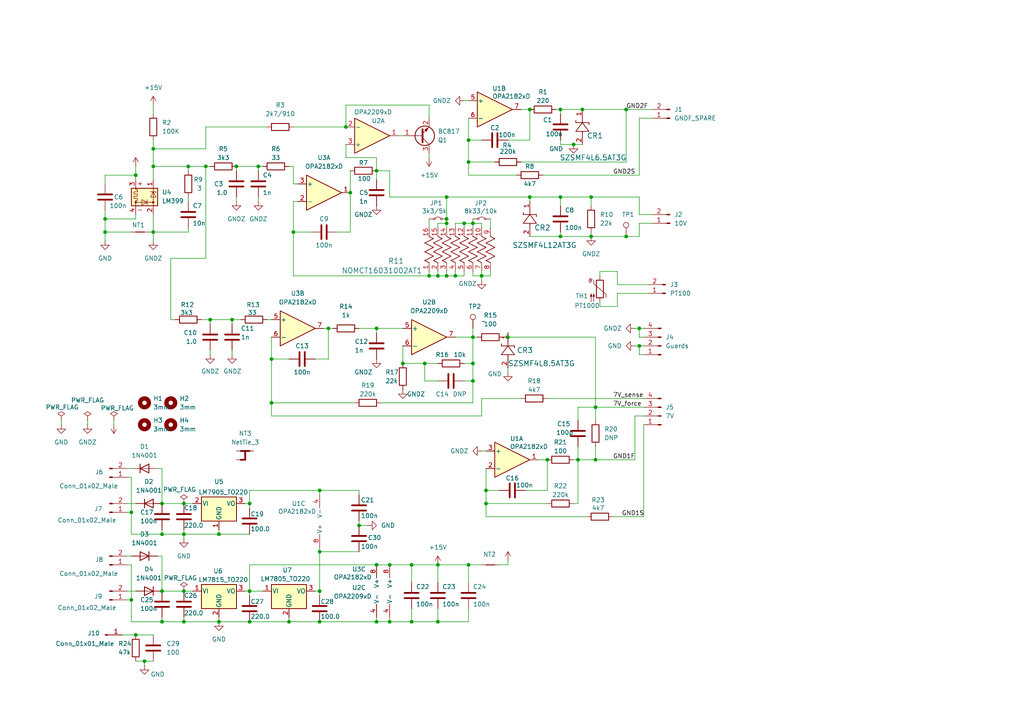
<source format=kicad_sch>
(kicad_sch (version 20250114) (generator "eeschema") (generator_version "9.0")
  (paper "A4")
  (title_block (title "Hobby 10/7Volts reference") (date "2024-02-22") (rev "0.1"))
  (junction (at 140.97 142.24))
  (junction (at 60.96 92.71))
  (junction (at 113.03 163.83))
  (junction (at 92.71 160.02))
  (junction (at 92.71 180.34))
  (junction (at 153.67 57.15))
  (junction (at 113.03 180.34))
  (junction (at 44.45 48.26))
  (junction (at 123.19 105.41))
  (junction (at 134.62 64.77))
  (junction (at 53.34 171.45))
  (junction (at 44.45 43.18))
  (junction (at 181.61 31.75))
  (junction (at 68.58 48.26))
  (junction (at 129.54 80.01))
  (junction (at 38.1 148.59))
  (junction (at 127 80.01))
  (junction (at 167.64 133.35))
  (junction (at 72.39 146.05))
  (junction (at 139.7 80.01))
  (junction (at 119.38 163.83))
  (junction (at 140.97 146.05))
  (junction (at 74.93 48.26))
  (junction (at 53.34 180.34))
  (junction (at 158.75 133.35))
  (junction (at 147.32 97.79))
  (junction (at 127 163.83))
  (junction (at 171.45 57.15))
  (junction (at 172.72 118.11))
  (junction (at 78.74 104.14))
  (junction (at 53.34 146.05))
  (junction (at 132.08 80.01))
  (junction (at 72.39 171.45))
  (junction (at 95.25 95.25))
  (junction (at 39.37 50.8))
  (junction (at 171.45 68.58))
  (junction (at 124.46 80.01))
  (junction (at 116.84 105.41))
  (junction (at 41.91 191.77))
  (junction (at 109.22 49.53))
  (junction (at 46.99 171.45))
  (junction (at 135.89 40.64))
  (junction (at 109.22 163.83))
  (junction (at 172.72 133.35))
  (junction (at 129.54 57.15))
  (junction (at 129.54 64.77))
  (junction (at 101.6 55.88))
  (junction (at 30.48 67.31))
  (junction (at 166.37 41.91))
  (junction (at 109.22 180.34))
  (junction (at 135.89 163.83))
  (junction (at 63.5 180.34))
  (junction (at 44.45 67.31))
  (junction (at 109.22 95.25))
  (junction (at 92.71 171.45))
  (junction (at 137.16 97.79))
  (junction (at 129.54 63.5))
  (junction (at 38.1 173.99))
  (junction (at 63.5 154.94))
  (junction (at 54.61 48.26))
  (junction (at 137.16 110.49))
  (junction (at 185.42 100.33))
  (junction (at 162.56 57.15))
  (junction (at 72.39 180.34))
  (junction (at 137.16 64.77))
  (junction (at 127 180.34))
  (junction (at 39.37 184.15))
  (junction (at 67.31 92.71))
  (junction (at 104.14 152.4))
  (junction (at 46.99 180.34))
  (junction (at 85.09 67.31))
  (junction (at 185.42 95.25))
  (junction (at 78.74 116.84))
  (junction (at 162.56 68.58))
  (junction (at 46.99 154.94))
  (junction (at 119.38 180.34))
  (junction (at 59.69 48.26))
  (junction (at 92.71 142.24))
  (junction (at 46.99 146.05))
  (junction (at 162.56 31.75))
  (junction (at 83.82 180.34))
  (junction (at 181.61 68.58))
  (junction (at 100.33 36.83))
  (junction (at 153.67 31.75))
  (junction (at 168.91 31.75))
  (junction (at 137.16 105.41))
  (junction (at 30.48 63.5))
  (junction (at 135.89 46.99))
  (junction (at 53.34 154.94))
  (wire (pts (xy 147.32 162.56) (xy 147.32 163.83)))
  (wire (pts (xy 85.09 48.26) (xy 85.09 53.34)))
  (wire (pts (xy 83.82 179.07) (xy 83.82 180.34)))
  (wire (pts (xy 53.34 179.07) (xy 53.34 180.34)))
  (wire (pts (xy 46.99 154.94) (xy 53.34 154.94)))
  (wire (pts (xy 127 180.34) (xy 135.89 180.34)))
  (wire (pts (xy 134.62 105.41) (xy 137.16 105.41)))
  (wire (pts (xy 63.5 179.07) (xy 63.5 180.34)))
  (wire (pts (xy 104.14 142.24) (xy 104.14 143.51)))
  (wire (pts (xy 72.39 163.83) (xy 109.22 163.83)))
  (wire (pts (xy 53.34 154.94) (xy 63.5 154.94)))
  (wire (pts (xy 38.1 138.43) (xy 38.1 148.59)))
  (wire (pts (xy 104.14 95.25) (xy 109.22 95.25)))
  (wire (pts (xy 140.97 146.05) (xy 140.97 149.86)))
  (wire (pts (xy 36.83 135.89) (xy 38.1 135.89)))
  (wire (pts (xy 167.64 118.11) (xy 172.72 118.11)))
  (wire (pts (xy 139.7 120.65) (xy 139.7 115.57)))
  (wire (pts (xy 101.6 49.53) (xy 101.6 55.88)))
  (wire (pts (xy 137.16 80.01) (xy 139.7 80.01)))
  (wire (pts (xy 92.71 158.75) (xy 92.71 160.02)))
  (wire (pts (xy 74.93 48.26) (xy 74.93 49.53)))
  (wire (pts (xy 124.46 30.48) (xy 100.33 30.48)))
  (wire (pts (xy 168.91 31.75) (xy 181.61 31.75)))
  (wire (pts (xy 140.97 135.89) (xy 140.97 142.24)))
  (wire (pts (xy 137.16 97.79) (xy 138.43 97.79)))
  (wire (pts (xy 78.74 116.84) (xy 78.74 120.65)))
  (wire (pts (xy 167.64 133.35) (xy 172.72 133.35)))
  (wire (pts (xy 95.25 95.25) (xy 96.52 95.25)))
  (wire (pts (xy 137.16 66.04) (xy 137.16 64.77)))
  (wire (pts (xy 135.89 40.64) (xy 135.89 46.99)))
  (wire (pts (xy 186.69 123.19) (xy 186.69 149.86)))
  (wire (pts (xy 39.37 48.26) (xy 39.37 50.8)))
  (wire (pts (xy 135.89 46.99) (xy 143.51 46.99)))
  (wire (pts (xy 181.61 31.75) (xy 189.23 31.75)))
  (wire (pts (xy 119.38 180.34) (xy 127 180.34)))
  (wire (pts (xy 167.64 133.35) (xy 166.37 133.35)))
  (wire (pts (xy 59.69 48.26) (xy 60.96 48.26)))
  (wire (pts (xy 44.45 43.18) (xy 44.45 48.26)))
  (wire (pts (xy 92.71 160.02) (xy 104.14 160.02)))
  (wire (pts (xy 36.83 138.43) (xy 38.1 138.43)))
  (wire (pts (xy 109.22 49.53) (xy 109.22 52.07)))
  (wire (pts (xy 68.58 48.26) (xy 68.58 49.53)))
  (wire (pts (xy 39.37 191.77) (xy 41.91 191.77)))
  (wire (pts (xy 129.54 78.74) (xy 129.54 80.01)))
  (wire (pts (xy 147.32 97.79) (xy 172.72 97.79)))
  (wire (pts (xy 135.89 34.29) (xy 135.89 40.64)))
  (wire (pts (xy 109.22 49.53) (xy 113.03 49.53)))
  (wire (pts (xy 129.54 64.77) (xy 129.54 66.04)))
  (wire (pts (xy 129.54 57.15) (xy 153.67 57.15)))
  (wire (pts (xy 68.58 48.26) (xy 74.93 48.26)))
  (wire (pts (xy 171.45 57.15) (xy 185.42 57.15)))
  (wire (pts (xy 124.46 44.45) (xy 124.46 45.72)))
  (wire (pts (xy 46.99 146.05) (xy 53.34 146.05)))
  (wire (pts (xy 124.46 34.29) (xy 124.46 30.48)))
  (wire (pts (xy 92.71 171.45) (xy 92.71 172.72)))
  (wire (pts (xy 132.08 97.79) (xy 137.16 97.79)))
  (wire (pts (xy 113.03 163.83) (xy 119.38 163.83)))
  (wire (pts (xy 67.31 92.71) (xy 67.31 93.98)))
  (wire (pts (xy 95.25 95.25) (xy 95.25 104.14)))
  (wire (pts (xy 184.15 95.25) (xy 185.42 95.25)))
  (wire (pts (xy 139.7 64.77) (xy 139.7 66.04)))
  (wire (pts (xy 173.99 80.01) (xy 173.99 78.74)))
  (wire (pts (xy 109.22 179.07) (xy 109.22 180.34)))
  (wire (pts (xy 41.91 191.77) (xy 44.45 191.77)))
  (wire (pts (xy 54.61 48.26) (xy 44.45 48.26)))
  (wire (pts (xy 161.29 31.75) (xy 162.56 31.75)))
  (wire (pts (xy 132.08 80.01) (xy 134.62 80.01)))
  (wire (pts (xy 39.37 62.23) (xy 39.37 63.5)))
  (wire (pts (xy 38.1 173.99) (xy 38.1 180.34)))
  (wire (pts (xy 134.62 64.77) (xy 134.62 66.04)))
  (wire (pts (xy 45.72 135.89) (xy 46.99 135.89)))
  (wire (pts (xy 85.09 53.34) (xy 86.36 53.34)))
  (wire (pts (xy 72.39 146.05) (xy 72.39 142.24)))
  (wire (pts (xy 86.36 58.42) (xy 85.09 58.42)))
  (wire (pts (xy 38.1 180.34) (xy 46.99 180.34)))
  (wire (pts (xy 53.34 146.05) (xy 55.88 146.05)))
  (wire (pts (xy 173.99 78.74) (xy 179.07 78.74)))
  (wire (pts (xy 184.15 120.65) (xy 186.69 120.65)))
  (wire (pts (xy 137.16 95.25) (xy 137.16 97.79)))
  (wire (pts (xy 139.7 130.81) (xy 140.97 130.81)))
  (wire (pts (xy 147.32 96.52) (xy 147.32 97.79)))
  (wire (pts (xy 127 163.83) (xy 135.89 163.83)))
  (wire (pts (xy 135.89 50.8) (xy 135.89 46.99)))
  (wire (pts (xy 109.22 163.83) (xy 113.03 163.83)))
  (wire (pts (xy 129.54 64.77) (xy 127 64.77)))
  (wire (pts (xy 134.62 110.49) (xy 137.16 110.49)))
  (wire (pts (xy 187.96 82.55) (xy 179.07 82.55)))
  (wire (pts (xy 104.14 152.4) (xy 106.68 152.4)))
  (wire (pts (xy 137.16 110.49) (xy 137.16 116.84)))
  (wire (pts (xy 153.67 57.15) (xy 162.56 57.15)))
  (wire (pts (xy 78.74 120.65) (xy 139.7 120.65)))
  (wire (pts (xy 167.64 129.54) (xy 167.64 133.35)))
  (wire (pts (xy 78.74 97.79) (xy 78.74 104.14)))
  (wire (pts (xy 53.34 171.45) (xy 55.88 171.45)))
  (wire (pts (xy 137.16 78.74) (xy 137.16 80.01)))
  (wire (pts (xy 92.71 160.02) (xy 92.71 171.45)))
  (wire (pts (xy 46.99 180.34) (xy 46.99 179.07)))
  (wire (pts (xy 59.69 36.83) (xy 59.69 43.18)))
  (wire (pts (xy 44.45 40.64) (xy 44.45 43.18)))
  (wire (pts (xy 172.72 118.11) (xy 186.69 118.11)))
  (wire (pts (xy 144.78 142.24) (xy 140.97 142.24)))
  (wire (pts (xy 172.72 133.35) (xy 184.15 133.35)))
  (wire (pts (xy 139.7 80.01) (xy 142.24 80.01)))
  (wire (pts (xy 71.12 146.05) (xy 72.39 146.05)))
  (wire (pts (xy 162.56 40.64) (xy 162.56 41.91)))
  (wire (pts (xy 185.42 68.58) (xy 181.61 68.58)))
  (wire (pts (xy 30.48 67.31) (xy 38.1 67.31)))
  (wire (pts (xy 168.91 41.91) (xy 166.37 41.91)))
  (wire (pts (xy 162.56 68.58) (xy 171.45 68.58)))
  (wire (pts (xy 46.99 135.89) (xy 46.99 146.05)))
  (wire (pts (xy 68.58 57.15) (xy 68.58 58.42)))
  (wire (pts (xy 85.09 58.42) (xy 85.09 67.31)))
  (wire (pts (xy 72.39 171.45) (xy 76.2 171.45)))
  (wire (pts (xy 92.71 143.51) (xy 92.71 142.24)))
  (wire (pts (xy 36.83 173.99) (xy 38.1 173.99)))
  (wire (pts (xy 49.53 74.93) (xy 59.69 74.93)))
  (wire (pts (xy 41.91 191.77) (xy 41.91 193.04)))
  (wire (pts (xy 109.22 95.25) (xy 116.84 95.25)))
  (wire (pts (xy 30.48 60.96) (xy 30.48 63.5)))
  (wire (pts (xy 67.31 92.71) (xy 69.85 92.71)))
  (wire (pts (xy 115.57 39.37) (xy 116.84 39.37)))
  (wire (pts (xy 167.64 133.35) (xy 167.64 146.05)))
  (wire (pts (xy 134.62 29.21) (xy 135.89 29.21)))
  (wire (pts (xy 185.42 57.15) (xy 185.42 62.23)))
  (wire (pts (xy 45.72 161.29) (xy 46.99 161.29)))
  (wire (pts (xy 77.47 36.83) (xy 59.69 36.83)))
  (wire (pts (xy 157.48 50.8) (xy 185.42 50.8)))
  (wire (pts (xy 53.34 153.67) (xy 53.34 154.94)))
  (wire (pts (xy 63.5 153.67) (xy 63.5 154.94)))
  (wire (pts (xy 38.1 154.94) (xy 46.99 154.94)))
  (wire (pts (xy 127 110.49) (xy 123.19 110.49)))
  (wire (pts (xy 162.56 31.75) (xy 168.91 31.75)))
  (wire (pts (xy 83.82 48.26) (xy 85.09 48.26)))
  (wire (pts (xy 39.37 52.07) (xy 39.37 50.8)))
  (wire (pts (xy 139.7 40.64) (xy 135.89 40.64)))
  (wire (pts (xy 162.56 67.31) (xy 162.56 68.58)))
  (wire (pts (xy 46.99 180.34) (xy 53.34 180.34)))
  (wire (pts (xy 60.96 92.71) (xy 67.31 92.71)))
  (wire (pts (xy 43.18 67.31) (xy 44.45 67.31)))
  (wire (pts (xy 59.69 74.93) (xy 59.69 48.26)))
  (wire (pts (xy 110.49 116.84) (xy 137.16 116.84)))
  (wire (pts (xy 167.64 121.92) (xy 167.64 118.11)))
  (wire (pts (xy 135.89 163.83) (xy 139.7 163.83)))
  (wire (pts (xy 104.14 151.13) (xy 104.14 152.4)))
  (wire (pts (xy 30.48 50.8) (xy 30.48 53.34)))
  (wire (pts (xy 101.6 67.31) (xy 101.6 55.88)))
  (wire (pts (xy 78.74 104.14) (xy 78.74 116.84)))
  (wire (pts (xy 39.37 50.8) (xy 30.48 50.8)))
  (wire (pts (xy 74.93 48.26) (xy 76.2 48.26)))
  (wire (pts (xy 139.7 78.74) (xy 139.7 80.01)))
  (wire (pts (xy 179.07 78.74) (xy 179.07 82.55)))
  (wire (pts (xy 185.42 64.77) (xy 189.23 64.77)))
  (wire (pts (xy 129.54 80.01) (xy 132.08 80.01)))
  (wire (pts (xy 137.16 97.79) (xy 137.16 105.41)))
  (wire (pts (xy 60.96 102.87) (xy 60.96 101.6)))
  (wire (pts (xy 36.83 161.29) (xy 38.1 161.29)))
  (wire (pts (xy 171.45 57.15) (xy 171.45 59.69)))
  (wire (pts (xy 158.75 115.57) (xy 186.69 115.57)))
  (wire (pts (xy 97.79 67.31) (xy 101.6 67.31)))
  (wire (pts (xy 44.45 67.31) (xy 44.45 69.85)))
  (wire (pts (xy 172.72 97.79) (xy 172.72 118.11)))
  (wire (pts (xy 44.45 48.26) (xy 44.45 52.07)))
  (wire (pts (xy 134.62 64.77) (xy 137.16 64.77)))
  (wire (pts (xy 72.39 171.45) (xy 72.39 163.83)))
  (wire (pts (xy 123.19 105.41) (xy 123.19 110.49)))
  (wire (pts (xy 184.15 100.33) (xy 185.42 100.33)))
  (wire (pts (xy 63.5 180.34) (xy 72.39 180.34)))
  (wire (pts (xy 139.7 115.57) (xy 151.13 115.57)))
  (wire (pts (xy 85.09 67.31) (xy 90.17 67.31)))
  (wire (pts (xy 17.78 121.92) (xy 17.78 123.19)))
  (wire (pts (xy 95.25 104.14) (xy 91.44 104.14)))
  (wire (pts (xy 153.67 68.58) (xy 162.56 68.58)))
  (wire (pts (xy 147.32 106.68) (xy 147.32 107.95)))
  (wire (pts (xy 92.71 142.24) (xy 104.14 142.24)))
  (wire (pts (xy 123.19 105.41) (xy 127 105.41)))
  (wire (pts (xy 36.83 171.45) (xy 39.37 171.45)))
  (wire (pts (xy 171.45 67.31) (xy 171.45 68.58)))
  (wire (pts (xy 179.07 88.9) (xy 179.07 85.09)))
  (wire (pts (xy 127 176.53) (xy 127 180.34)))
  (wire (pts (xy 147.32 40.64) (xy 153.67 40.64)))
  (wire (pts (xy 185.42 100.33) (xy 185.42 102.87)))
  (wire (pts (xy 77.47 92.71) (xy 78.74 92.71)))
  (wire (pts (xy 109.22 180.34) (xy 113.03 180.34)))
  (wire (pts (xy 119.38 176.53) (xy 119.38 180.34)))
  (wire (pts (xy 109.22 45.72) (xy 109.22 49.53)))
  (wire (pts (xy 124.46 63.5) (xy 124.46 66.04)))
  (wire (pts (xy 36.83 146.05) (xy 39.37 146.05)))
  (wire (pts (xy 85.09 36.83) (xy 100.33 36.83)))
  (wire (pts (xy 152.4 142.24) (xy 158.75 142.24)))
  (wire (pts (xy 132.08 64.77) (xy 134.62 64.77)))
  (wire (pts (xy 170.18 149.86) (xy 140.97 149.86)))
  (wire (pts (xy 35.56 184.15) (xy 39.37 184.15)))
  (wire (pts (xy 36.83 163.83) (xy 38.1 163.83)))
  (wire (pts (xy 63.5 154.94) (xy 72.39 154.94)))
  (wire (pts (xy 53.34 154.94) (xy 53.34 156.21)))
  (wire (pts (xy 72.39 180.34) (xy 83.82 180.34)))
  (wire (pts (xy 186.69 95.25) (xy 185.42 95.25)))
  (wire (pts (xy 129.54 57.15) (xy 129.54 63.5)))
  (wire (pts (xy 72.39 142.24) (xy 92.71 142.24)))
  (wire (pts (xy 113.03 57.15) (xy 129.54 57.15)))
  (wire (pts (xy 58.42 92.71) (xy 60.96 92.71)))
  (wire (pts (xy 67.31 101.6) (xy 67.31 102.87)))
  (wire (pts (xy 92.71 180.34) (xy 109.22 180.34)))
  (wire (pts (xy 158.75 146.05) (xy 140.97 146.05)))
  (wire (pts (xy 132.08 78.74) (xy 132.08 80.01)))
  (wire (pts (xy 137.16 64.77) (xy 139.7 64.77)))
  (wire (pts (xy 185.42 34.29) (xy 185.42 50.8)))
  (wire (pts (xy 172.72 129.54) (xy 172.72 133.35)))
  (wire (pts (xy 74.93 57.15) (xy 74.93 58.42)))
  (wire (pts (xy 93.98 95.25) (xy 95.25 95.25)))
  (wire (pts (xy 116.84 105.41) (xy 123.19 105.41)))
  (wire (pts (xy 38.1 163.83) (xy 38.1 173.99)))
  (wire (pts (xy 185.42 64.77) (xy 185.42 68.58)))
  (wire (pts (xy 135.89 176.53) (xy 135.89 180.34)))
  (wire (pts (xy 173.99 87.63) (xy 173.99 88.9)))
  (wire (pts (xy 49.53 92.71) (xy 50.8 92.71)))
  (wire (pts (xy 142.24 63.5) (xy 142.24 66.04)))
  (wire (pts (xy 162.56 57.15) (xy 171.45 57.15)))
  (wire (pts (xy 30.48 63.5) (xy 30.48 67.31)))
  (wire (pts (xy 39.37 184.15) (xy 44.45 184.15)))
  (wire (pts (xy 129.54 63.5) (xy 129.54 64.77)))
  (wire (pts (xy 92.71 171.45) (xy 91.44 171.45)))
  (wire (pts (xy 172.72 121.92) (xy 172.72 118.11)))
  (wire (pts (xy 167.64 146.05) (xy 166.37 146.05)))
  (wire (pts (xy 139.7 80.01) (xy 139.7 81.28)))
  (wire (pts (xy 162.56 57.15) (xy 162.56 59.69)))
  (wire (pts (xy 54.61 48.26) (xy 59.69 48.26)))
  (wire (pts (xy 144.78 163.83) (xy 147.32 163.83)))
  (wire (pts (xy 179.07 85.09) (xy 187.96 85.09)))
  (wire (pts (xy 158.75 142.24) (xy 158.75 133.35)))
  (wire (pts (xy 72.39 171.45) (xy 72.39 172.72)))
  (wire (pts (xy 135.89 163.83) (xy 135.89 168.91)))
  (wire (pts (xy 124.46 80.01) (xy 127 80.01)))
  (wire (pts (xy 83.82 180.34) (xy 92.71 180.34)))
  (wire (pts (xy 173.99 88.9) (xy 179.07 88.9)))
  (wire (pts (xy 162.56 31.75) (xy 162.56 33.02)))
  (wire (pts (xy 151.13 31.75) (xy 153.67 31.75)))
  (wire (pts (xy 85.09 67.31) (xy 85.09 80.01)))
  (wire (pts (xy 25.4 121.92) (xy 25.4 123.19)))
  (wire (pts (xy 54.61 67.31) (xy 54.61 66.04)))
  (wire (pts (xy 149.86 50.8) (xy 135.89 50.8)))
  (wire (pts (xy 181.61 68.58) (xy 171.45 68.58)))
  (wire (pts (xy 127 163.83) (xy 127 168.91)))
  (wire (pts (xy 72.39 146.05) (xy 72.39 147.32)))
  (wire (pts (xy 33.02 121.92) (xy 33.02 123.19)))
  (wire (pts (xy 109.22 95.25) (xy 109.22 96.52)))
  (wire (pts (xy 153.67 57.15) (xy 153.67 58.42)))
  (wire (pts (xy 127 163.83) (xy 119.38 163.83)))
  (wire (pts (xy 54.61 57.15) (xy 54.61 58.42)))
  (wire (pts (xy 127 80.01) (xy 129.54 80.01)))
  (wire (pts (xy 189.23 62.23) (xy 185.42 62.23)))
  (wire (pts (xy 153.67 40.64) (xy 153.67 31.75)))
  (wire (pts (xy 185.42 95.25) (xy 185.42 97.79)))
  (wire (pts (xy 185.42 34.29) (xy 189.23 34.29)))
  (wire (pts (xy 46.99 161.29) (xy 46.99 171.45)))
  (wire (pts (xy 60.96 92.71) (xy 60.96 93.98)))
  (wire (pts (xy 44.45 62.23) (xy 44.45 67.31)))
  (wire (pts (xy 59.69 43.18) (xy 44.45 43.18)))
  (wire (pts (xy 127 78.74) (xy 127 80.01)))
  (wire (pts (xy 85.09 80.01) (xy 124.46 80.01)))
  (wire (pts (xy 132.08 66.04) (xy 132.08 64.77)))
  (wire (pts (xy 113.03 180.34) (xy 119.38 180.34)))
  (wire (pts (xy 100.33 41.91) (xy 100.33 45.72)))
  (wire (pts (xy 78.74 104.14) (xy 83.82 104.14)))
  (wire (pts (xy 137.16 63.5) (xy 137.16 64.77)))
  (wire (pts (xy 54.61 48.26) (xy 54.61 49.53)))
  (wire (pts (xy 185.42 97.79) (xy 186.69 97.79)))
  (wire (pts (xy 127 66.04) (xy 127 64.77)))
  (wire (pts (xy 44.45 67.31) (xy 54.61 67.31)))
  (wire (pts (xy 134.62 78.74) (xy 134.62 80.01)))
  (wire (pts (xy 100.33 45.72) (xy 109.22 45.72)))
  (wire (pts (xy 38.1 148.59) (xy 38.1 154.94)))
  (wire (pts (xy 156.21 133.35) (xy 158.75 133.35)))
  (wire (pts (xy 137.16 105.41) (xy 137.16 110.49)))
  (wire (pts (xy 30.48 67.31) (xy 30.48 69.85)))
  (wire (pts (xy 181.61 31.75) (xy 181.61 46.99)))
  (wire (pts (xy 162.56 41.91) (xy 166.37 41.91)))
  (wire (pts (xy 71.12 171.45) (xy 72.39 171.45)))
  (wire (pts (xy 146.05 97.79) (xy 147.32 97.79)))
  (wire (pts (xy 100.33 30.48) (xy 100.33 36.83)))
  (wire (pts (xy 185.42 102.87) (xy 186.69 102.87)))
  (wire (pts (xy 186.69 149.86) (xy 177.8 149.86)))
  (wire (pts (xy 78.74 116.84) (xy 102.87 116.84)))
  (wire (pts (xy 46.99 154.94) (xy 46.99 153.67)))
  (wire (pts (xy 36.83 148.59) (xy 38.1 148.59)))
  (wire (pts (xy 184.15 133.35) (xy 184.15 120.65)))
  (wire (pts (xy 46.99 171.45) (xy 53.34 171.45)))
  (wire (pts (xy 49.53 92.71) (xy 49.53 74.93)))
  (wire (pts (xy 53.34 180.34) (xy 63.5 180.34)))
  (wire (pts (xy 116.84 100.33) (xy 116.84 105.41)))
  (wire (pts (xy 113.03 179.07) (xy 113.03 180.34)))
  (wire (pts (xy 119.38 163.83) (xy 119.38 168.91)))
  (wire (pts (xy 186.69 100.33) (xy 185.42 100.33)))
  (wire (pts (xy 142.24 78.74) (xy 142.24 80.01)))
  (wire (pts (xy 30.48 63.5) (xy 39.37 63.5)))
  (wire (pts (xy 151.13 46.99) (xy 181.61 46.99)))
  (wire (pts (xy 113.03 49.53) (xy 113.03 57.15)))
  (wire (pts (xy 140.97 146.05) (xy 140.97 142.24)))
  (wire (pts (xy 124.46 78.74) (xy 124.46 80.01)))
  (wire (pts (xy 44.45 30.48) (xy 44.45 33.02)))
  (label "7V_force" (at 177.8 118.11 0))
  (label "7V_sense" (at 177.8 115.57 0))
  (label "GND1S" (at 180.34 149.86 0))
  (label "GND2S" (at 177.8 50.8 0))
  (label "GND1F" (at 177.8 133.35 0))
  (label "GND2F" (at 181.61 31.75 0))
  (symbol (lib_id "Regulator_Linear:LM7905_TO220") (at 63.5 146.05 0) (mirror x) (unit 1)
    (property "Reference" "U5" (at 63.5 139.7 0))
    (property "Value" "LM7905_TO220" (at 64.77 142.748 0))
    (property "Footprint" "Package_TO_SOT_THT:TO-220-3_Vertical" (effects (hide yes)))
    (property "Datasheet" "https://www.onsemi.com/pub/Collateral/MC7900-D.PDF" (effects (hide yes)))
    (property "Description" "Negative 1A 35V Linear Regulator, Fixed Output 5V, TO-220" (effects (hide yes)))
  )
  (symbol (lib_id "Jumper:Jumper_2_Small_Bridged") (at 139.7 63.5 0) (unit 1)
    (property "Reference" "JP2" (at 139.446 58.928 0))
    (property "Value" "8k33/10k" (at 139.446 61.214 0))
    (property "Footprint" "Jumper:SolderJumper-2_P1.3mm_Bridged2Bar_RoundedPad1.0x1.5mm" (effects (hide yes)))
    (property "Description" "Jumper, 2-pole, small symbol, bridged" (effects (hide yes)))
  )
  (symbol (lib_id "Connector:Conn_01x02_Male") (at 31.75 173.99 0) (mirror x) (unit 1)
    (property "Reference" "J9" (at 29.718 172.974 0) (effects (justify right)))
    (property "Value" "Conn_01x02_Male" (at 33.782 176.276 0) (effects (justify right)))
    (property "Footprint" "Connector_PinHeader_2.54mm:PinHeader_1x02_P2.54mm_Horizontal" (effects (hide yes)))
  )
  (symbol (lib_id "Diode:1N4001") (at 43.18 146.05 0) (unit 1)
    (property "Reference" "D2" (at 43.18 139.7 0))
    (property "Value" "1N4001" (at 43.18 142.24 0))
    (property "Footprint" "Diode_THT:D_DO-41_SOD81_P10.16mm_Horizontal" (effects (hide yes)))
    (property "Datasheet" "http://www.vishay.com/docs/88503/1n4001.pdf" (effects (hide yes)))
    (property "Description" "50V 1A General Purpose Rectifier Diode, DO-41" (effects (hide yes)))
    (property "Sim.Device" "D" (effects (hide yes)))
    (property "Sim.Pins" "1=K 2=A" (effects (hide yes)))
  )
  (symbol (lib_id "power:GND2") (at 134.62 29.21 270) (unit 1)
    (property "Reference" "#PWR01" (effects (hide yes)))
    (property "Value" "GNDZ" (at 130.81 29.2099 90) (effects (justify right)))
    (property "Description" "Power symbol creates a global label with name \"GND2\" , ground" (effects (hide yes)))
  )
  (symbol (lib_id "NOMC:NOMCT16031002AT1") (at 124.46 78.74 90) (unit 1)
    (property "Reference" "R11" (at 112.522 75.692 90) (effects (font (size 1.524 1.524)) (justify right)))
    (property "Value" "NOMCT16031002AT1" (at 99.06 78.486 90) (effects (font (size 1.524 1.524)) (justify right)))
    (property "Footprint" "Package_SO:SOIC-16_3.9x9.9mm_P1.27mm" (effects (hide yes)))
    (property "Datasheet" "NOMCT16031002AT1" (effects (hide yes)))
  )
  (symbol (lib_id "Device:R") (at 157.48 31.75 90) (unit 1)
    (property "Reference" "R1" (at 157.48 26.67 90))
    (property "Value" "220" (at 157.48 29.21 90))
    (property "Footprint" "Resistor_SMD:R_0805_2012Metric_Pad1.20x1.40mm_HandSolder" (effects (hide yes)))
    (property "Description" "Resistor" (effects (hide yes)))
  )
  (symbol (lib_id "power:GND") (at 17.78 123.19 0) (unit 1)
    (property "Reference" "#PWR024" (effects (hide yes)))
    (property "Value" "GND" (at 17.78 128.27 0))
    (property "Description" "Power symbol creates a global label with name \"GND\" , ground" (effects (hide yes)))
  )
  (symbol (lib_id "Amplifier_Operational:OPA2196xD") (at 92.71 151.13 180) (unit 3)
    (property "Reference" "U1" (at 88.646 146.05 0) (effects (justify left)))
    (property "Value" "OPA2182xD" (at 91.694 148.336 0) (effects (justify left)))
    (property "Footprint" "Package_SO:SOIC-8_3.9x4.9mm_P1.27mm" (effects (hide yes)))
    (property "Datasheet" "http://www.ti.com/lit/ds/symlink/opa4196.pdf" (effects (hide yes)))
    (property "Description" "Dual, Low-Power, Low Offset Voltage, Rail-to-Rail Operational Amplifier, SOIC-8" (effects (hide yes)))
  )
  (symbol (lib_id "power:+15V") (at 127 163.83 0) (unit 1)
    (property "Reference" "#PWR021" (effects (hide yes)))
    (property "Value" "+15V" (at 127 158.75 0))
    (property "Description" "Power symbol creates a global label with name \"+15V\"" (effects (hide yes)))
  )
  (symbol (lib_id "Amplifier_Operational:OPA2196xD") (at 107.95 39.37 0) (mirror x) (unit 1)
    (property "Reference" "U2" (at 109.728 35.052 0))
    (property "Value" "OPA2209xD" (at 108.204 32.512 0))
    (property "Footprint" "Package_SO:SOIC-8_3.9x4.9mm_P1.27mm" (effects (hide yes)))
    (property "Datasheet" "http://www.ti.com/lit/ds/symlink/opa4196.pdf" (effects (hide yes)))
    (property "Description" "Dual, Low-Power, Low Offset Voltage, Rail-to-Rail Operational Amplifier, SOIC-8" (effects (hide yes)))
  )
  (symbol (lib_id "Device:C") (at 72.39 151.13 0) (unit 1)
    (property "Reference" "C19" (at 72.644 149.098 0) (effects (justify left)))
    (property "Value" "100.0" (at 72.644 153.416 0) (effects (justify left)))
    (property "Footprint" "Capacitor_Tantalum_SMD:CP_EIA-3528-12_Kemet-T_HandSolder" (effects (hide yes)))
    (property "Description" "Unpolarized capacitor" (effects (hide yes)))
  )
  (symbol (lib_id "power:PWR_FLAG") (at 33.02 121.92 0) (unit 1)
    (property "Reference" "#FLG05" (effects (hide yes)))
    (property "Value" "PWR_FLAG" (at 34.036 118.364 0))
    (property "Description" "Special symbol for telling ERC where power comes from" (effects (hide yes)))
  )
  (symbol (lib_id "Connector:Conn_01x04_Pin") (at 191.77 100.33 180) (unit 1)
    (property "Reference" "J4" (at 193.04 97.7899 0) (effects (justify right)))
    (property "Value" "Guards" (at 193.04 100.3299 0) (effects (justify right)))
    (property "Footprint" "Connector_PinHeader_2.54mm:PinHeader_2x02_P2.54mm_Vertical" (effects (hide yes)))
    (property "Description" "Generic connector, single row, 01x04, script generated" (effects (hide yes)))
  )
  (symbol (lib_id "Device:R") (at 172.72 125.73 0) (unit 1)
    (property "Reference" "R20" (at 175.26 124.4599 0) (effects (justify left)))
    (property "Value" "DNP" (at 175.26 126.9999 0) (effects (justify left)))
    (property "Footprint" "Resistor_SMD:R_0805_2012Metric_Pad1.20x1.40mm_HandSolder" (effects (hide yes)))
    (property "Description" "Resistor" (effects (hide yes)))
  )
  (symbol (lib_id "power:PWR_FLAG") (at 25.4 121.92 0) (unit 1)
    (property "Reference" "#FLG02" (effects (hide yes)))
    (property "Value" "PWR_FLAG" (at 25.4 116.078 0))
    (property "Description" "Special symbol for telling ERC where power comes from" (effects (hide yes)))
  )
  (symbol (lib_id "Device:NetTie_2") (at 142.24 163.83 0) (unit 1) (in_bom no)
    (property "Reference" "NT2" (at 141.986 160.782 0))
    (property "Value" "NetTie_2" (effects (hide yes)))
    (property "Footprint" "NetTie:NetTie-2_SMD_Pad2.0mm" (effects (hide yes)))
    (property "Description" "Net tie, 2 pins" (effects (hide yes)))
  )
  (symbol (lib_id "Device:R") (at 73.66 92.71 90) (unit 1)
    (property "Reference" "R13" (at 73.406 88.392 90))
    (property "Value" "33" (at 73.152 90.678 90))
    (property "Footprint" "Resistor_SMD:R_0805_2012Metric_Pad1.20x1.40mm_HandSolder" (effects (hide yes)))
    (property "Description" "Resistor" (effects (hide yes)))
  )
  (symbol (lib_id "Device:C") (at 109.22 100.33 0) (unit 1)
    (property "Reference" "C12" (at 102.87 99.06 0) (effects (justify left)))
    (property "Value" "1n" (at 102.87 101.6 0) (effects (justify left)))
    (property "Footprint" "Capacitor_SMD:C_0805_2012Metric_Pad1.18x1.45mm_HandSolder" (effects (hide yes)))
    (property "Description" "Unpolarized capacitor" (effects (hide yes)))
  )
  (symbol (lib_id "Diode:1N4001") (at 41.91 161.29 180) (unit 1)
    (property "Reference" "D3" (at 41.91 154.94 0))
    (property "Value" "1N4001" (at 41.91 157.48 0))
    (property "Footprint" "Diode_THT:D_DO-41_SOD81_P10.16mm_Horizontal" (effects (hide yes)))
    (property "Datasheet" "http://www.vishay.com/docs/88503/1n4001.pdf" (effects (hide yes)))
    (property "Description" "50V 1A General Purpose Rectifier Diode, DO-41" (effects (hide yes)))
    (property "Sim.Device" "D" (effects (hide yes)))
    (property "Sim.Pins" "1=K 2=A" (effects (hide yes)))
  )
  (symbol (lib_id "Device:R") (at 54.61 53.34 0) (unit 1)
    (property "Reference" "R9" (at 56.134 52.07 0) (effects (justify left)))
    (property "Value" "3" (at 57.15 54.6099 0) (effects (justify left)))
    (property "Footprint" "Resistor_SMD:R_0805_2012Metric_Pad1.20x1.40mm_HandSolder" (effects (hide yes)))
    (property "Description" "Resistor" (effects (hide yes)))
  )
  (symbol (lib_id "Device:R") (at 116.84 109.22 0) (unit 1)
    (property "Reference" "R17" (at 111.76 107.95 0) (effects (justify left)))
    (property "Value" "22k" (at 111.76 110.49 0) (effects (justify left)))
    (property "Footprint" "Resistor_SMD:R_0805_2012Metric_Pad1.20x1.40mm_HandSolder" (effects (hide yes)))
    (property "Description" "Resistor" (effects (hide yes)))
  )
  (symbol (lib_id "Connector:Conn_01x02_Male") (at 31.75 148.59 0) (mirror x) (unit 1)
    (property "Reference" "J7" (at 29.718 147.574 0) (effects (justify right)))
    (property "Value" "Conn_01x02_Male" (at 33.782 150.876 0) (effects (justify right)))
    (property "Footprint" "Connector_PinHeader_2.54mm:PinHeader_1x02_P2.54mm_Horizontal" (effects (hide yes)))
  )
  (symbol (lib_id "power:+24V") (at 147.32 162.56 0) (unit 1)
    (property "Reference" "#PWR022" (effects (hide yes)))
    (property "Value" "+24V" (effects (hide yes)))
    (property "Description" "Power symbol creates a global label with name \"+24V\"" (effects (hide yes)))
  )
  (symbol (lib_id "Connector:Conn_01x02_Male") (at 194.31 34.29 180) (unit 1)
    (property "Reference" "J1" (at 195.58 31.7499 0) (effects (justify right)))
    (property "Value" "GNDF_SPARE" (at 195.58 34.2899 0) (effects (justify right)))
    (property "Footprint" "Connector_PinHeader_2.54mm:PinHeader_1x02_P2.54mm_Vertical" (effects (hide yes)))
  )
  (symbol (lib_id "Device:R") (at 154.94 115.57 90) (unit 1)
    (property "Reference" "R18" (at 154.94 110.49 90))
    (property "Value" "4k7" (at 154.94 113.03 90))
    (property "Footprint" "Resistor_SMD:R_0805_2012Metric_Pad1.20x1.40mm_HandSolder" (effects (hide yes)))
    (property "Description" "Resistor" (effects (hide yes)))
  )
  (symbol (lib_id "power:GND") (at 53.34 156.21 0) (unit 1)
    (property "Reference" "#PWR020" (effects (hide yes)))
    (property "Value" "GND" (at 53.34 161.29 0))
    (property "Description" "Power symbol creates a global label with name \"GND\" , ground" (effects (hide yes)))
  )
  (symbol (lib_id "Diode:1N4001") (at 43.18 171.45 180) (unit 1)
    (property "Reference" "D4" (at 43.18 165.1 0))
    (property "Value" "1N4001" (at 43.18 167.64 0))
    (property "Footprint" "Diode_THT:D_DO-41_SOD81_P10.16mm_Horizontal" (effects (hide yes)))
    (property "Datasheet" "http://www.vishay.com/docs/88503/1n4001.pdf" (effects (hide yes)))
    (property "Description" "50V 1A General Purpose Rectifier Diode, DO-41" (effects (hide yes)))
    (property "Sim.Device" "D" (effects (hide yes)))
    (property "Sim.Pins" "1=K 2=A" (effects (hide yes)))
  )
  (symbol (lib_id "Device:R") (at 64.77 48.26 90) (unit 1)
    (property "Reference" "R5" (at 64.77 43.18 90))
    (property "Value" "3k3" (at 64.77 45.72 90))
    (property "Footprint" "Resistor_SMD:R_0805_2012Metric_Pad1.20x1.40mm_HandSolder" (effects (hide yes)))
    (property "Description" "Resistor" (effects (hide yes)))
  )
  (symbol (lib_id "Mechanical:MountingHole") (at 49.53 123.19 0) (unit 1) (in_bom no)
    (property "Reference" "H4" (at 52.07 121.9199 0) (effects (justify left)))
    (property "Value" "3mm" (at 52.07 124.4599 0) (effects (justify left)))
    (property "Footprint" "MountingHole:MountingHole_3.2mm_M3" (effects (hide yes)))
    (property "Description" "Mounting Hole without connection" (effects (hide yes)))
  )
  (symbol (lib_id "Device:NetTie_2") (at 40.64 67.31 0) (unit 1) (in_bom no)
    (property "Reference" "NT1" (at 40.132 65.278 0))
    (property "Value" "NetTie_2" (effects (hide yes)))
    (property "Footprint" "NetTie:NetTie-2_SMD_Pad2.0mm" (effects (hide yes)))
    (property "Description" "Net tie, 2 pins" (effects (hide yes)))
  )
  (symbol (lib_id "power:GND2") (at 171.45 68.58 0) (unit 1)
    (property "Reference" "#PWR08" (effects (hide yes)))
    (property "Value" "GNDZ" (at 171.45 73.66 0))
    (property "Description" "Power symbol creates a global label with name \"GND2\" , ground" (effects (hide yes)))
  )
  (symbol (lib_id "Regulator_Linear:LM7815_TO220") (at 63.5 171.45 0) (unit 1)
    (property "Reference" "U6" (at 63.246 165.608 0))
    (property "Value" "LM7815_TO220" (at 64.77 168.148 0))
    (property "Footprint" "Package_TO_SOT_THT:TO-220-3_Vertical" (effects (hide yes)))
    (property "Datasheet" "https://www.onsemi.cn/PowerSolutions/document/MC7800-D.PDF" (effects (hide yes)))
    (property "Description" "Positive 1A 35V Linear Regulator, Fixed Output 15V, TO-220" (effects (hide yes)))
  )
  (symbol (lib_id "Device:C") (at 162.56 63.5 0) (unit 1)
    (property "Reference" "C8" (at 163.83 60.96 0) (effects (justify left)))
    (property "Value" "100n" (at 163.83 66.04 0) (effects (justify left)))
    (property "Footprint" "Capacitor_SMD:C_1206_3216Metric_Pad1.33x1.80mm_HandSolder" (effects (hide yes)))
    (property "Description" "Unpolarized capacitor" (effects (hide yes)))
  )
  (symbol (lib_id "Amplifier_Operational:OPA2196xD") (at 124.46 97.79 0) (unit 2)
    (property "Reference" "U2" (at 124.46 87.63 0))
    (property "Value" "OPA2209xD" (at 124.46 90.17 0))
    (property "Footprint" "Package_SO:SOIC-8_3.9x4.9mm_P1.27mm" (effects (hide yes)))
    (property "Datasheet" "http://www.ti.com/lit/ds/symlink/opa4196.pdf" (effects (hide yes)))
    (property "Description" "Dual, Low-Power, Low Offset Voltage, Rail-to-Rail Operational Amplifier, SOIC-8" (effects (hide yes)))
  )
  (symbol (lib_id "Device:C") (at 162.56 36.83 0) (mirror y) (unit 1)
    (property "Reference" "C1" (at 157.48 34.798 0) (effects (justify right)))
    (property "Value" "100n" (at 158.242 38.862 0) (effects (justify right)))
    (property "Footprint" "Capacitor_SMD:C_1206_3216Metric_Pad1.33x1.80mm_HandSolder" (effects (hide yes)))
    (property "Description" "Unpolarized capacitor" (effects (hide yes)))
  )
  (symbol (lib_id "power:GND2") (at 109.22 104.14 0) (unit 1)
    (property "Reference" "#PWR016" (effects (hide yes)))
    (property "Value" "GNDZ" (at 105.41 107.95 0))
    (property "Description" "Power symbol creates a global label with name \"GND2\" , ground" (effects (hide yes)))
  )
  (symbol (lib_id "Device:R") (at 39.37 187.96 0) (mirror y) (unit 1)
    (property "Reference" "R24" (at 34.29 186.69 0) (effects (justify right)))
    (property "Value" "47k" (at 34.29 189.23 0) (effects (justify right)))
    (property "Footprint" "Resistor_SMD:R_1206_3216Metric_Pad1.30x1.75mm_HandSolder" (effects (hide yes)))
    (property "Description" "Resistor" (effects (hide yes)))
  )
  (symbol (lib_id "Device:R") (at 162.56 146.05 90) (unit 1)
    (property "Reference" "R22" (at 162.56 140.97 90))
    (property "Value" "220k" (at 162.56 143.51 90))
    (property "Footprint" "Resistor_SMD:R_0805_2012Metric_Pad1.20x1.40mm_HandSolder" (effects (hide yes)))
    (property "Description" "Resistor" (effects (hide yes)))
  )
  (symbol (lib_id "Device:C") (at 127 172.72 0) (unit 1)
    (property "Reference" "C23" (at 128.27 170.18 0) (effects (justify left)))
    (property "Value" "100n" (at 128.27 175.26 0) (effects (justify left)))
    (property "Footprint" "Capacitor_SMD:C_0805_2012Metric_Pad1.18x1.45mm_HandSolder" (effects (hide yes)))
    (property "Description" "Unpolarized capacitor" (effects (hide yes)))
  )
  (symbol (lib_id "Amplifier_Operational:OPA2196xD") (at 93.98 55.88 0) (unit 1)
    (property "Reference" "U3" (at 93.98 45.72 0))
    (property "Value" "OPA2182xD" (at 93.98 48.26 0))
    (property "Footprint" "Package_SO:SOIC-8_3.9x4.9mm_P1.27mm" (effects (hide yes)))
    (property "Datasheet" "http://www.ti.com/lit/ds/symlink/opa4196.pdf" (effects (hide yes)))
    (property "Description" "Dual, Low-Power, Low Offset Voltage, Rail-to-Rail Operational Amplifier, SOIC-8" (effects (hide yes)))
  )
  (symbol (lib_id "Device:C") (at 135.89 172.72 0) (unit 1)
    (property "Reference" "C24" (at 137.16 170.18 0) (effects (justify left)))
    (property "Value" "100n" (at 137.16 175.26 0) (effects (justify left)))
    (property "Footprint" "Capacitor_SMD:C_0805_2012Metric_Pad1.18x1.45mm_HandSolder" (effects (hide yes)))
    (property "Description" "Unpolarized capacitor" (effects (hide yes)))
  )
  (symbol (lib_id "TVS:TPSMF4L5.0A") (at 147.32 106.68 90) (unit 1)
    (property "Reference" "CR3" (at 149.86 101.6 90) (effects (font (size 1.524 1.524)) (justify right)))
    (property "Value" "SZSMF4L8.5AT3G" (at 147.32 105.41 90) (effects (font (size 1.524 1.524)) (justify right)))
    (property "Footprint" "TVS:ZDO_TPSMF4L5.0A_LTF-L" (effects (hide yes)))
    (property "Datasheet" "TPSMF4L5.0A" (effects (hide yes)))
  )
  (symbol (lib_id "power:GND2") (at 25.4 123.19 0) (unit 1)
    (property "Reference" "#PWR026" (effects (hide yes)))
    (property "Value" "GNDZ" (at 25.4 128.27 0))
    (property "Description" "Power symbol creates a global label with name \"GND2\" , ground" (effects (hide yes)))
  )
  (symbol (lib_id "Device:C") (at 92.71 176.53 0) (unit 1)
    (property "Reference" "C28" (at 92.964 174.498 0) (effects (justify left)))
    (property "Value" "100.0" (at 92.964 178.816 0) (effects (justify left)))
    (property "Footprint" "Capacitor_Tantalum_SMD:CP_EIA-3528-12_Kemet-T_HandSolder" (effects (hide yes)))
    (property "Description" "Unpolarized capacitor" (effects (hide yes)))
  )
  (symbol (lib_id "Device:C") (at 46.99 149.86 0) (unit 1)
    (property "Reference" "C17" (at 40.64 148.59 0) (effects (justify left)))
    (property "Value" "100n" (at 40.64 151.13 0) (effects (justify left)))
    (property "Footprint" "Capacitor_SMD:C_1206_3216Metric_Pad1.33x1.80mm_HandSolder" (effects (hide yes)))
    (property "Description" "Unpolarized capacitor" (effects (hide yes)))
  )
  (symbol (lib_id "power:GND2") (at 60.96 102.87 0) (unit 1)
    (property "Reference" "#PWR014" (effects (hide yes)))
    (property "Value" "GNDZ" (at 60.96 107.696 0))
    (property "Description" "Power symbol creates a global label with name \"GND2\" , ground" (effects (hide yes)))
  )
  (symbol (lib_id "Regulator_Linear:LM7815_TO220") (at 83.82 171.45 0) (unit 1)
    (property "Reference" "U7" (at 83.312 165.354 0))
    (property "Value" "LM7805_TO220" (at 82.804 167.894 0))
    (property "Footprint" "Package_TO_SOT_THT:TO-220-3_Vertical" (effects (hide yes)))
    (property "Datasheet" "https://www.onsemi.cn/PowerSolutions/document/MC7800-D.PDF" (effects (hide yes)))
    (property "Description" "Positive 1A 35V Linear Regulator, Fixed Output 15V, TO-220" (effects (hide yes)))
  )
  (symbol (lib_id "Connector:Conn_01x02_Male") (at 193.04 85.09 180) (unit 1)
    (property "Reference" "J3" (at 194.31 82.5499 0) (effects (justify right)))
    (property "Value" "PT100" (at 194.31 85.0899 0) (effects (justify right)))
    (property "Footprint" "Connector_PinHeader_2.54mm:PinHeader_1x02_P2.54mm_Vertical" (effects (hide yes)))
  )
  (symbol (lib_id "Device:R") (at 162.56 133.35 90) (unit 1)
    (property "Reference" "R21" (at 162.56 128.27 90))
    (property "Value" "100" (at 162.56 130.81 90))
    (property "Footprint" "Resistor_SMD:R_0805_2012Metric_Pad1.20x1.40mm_HandSolder" (effects (hide yes)))
    (property "Description" "Resistor" (effects (hide yes)))
  )
  (symbol (lib_id "Connector:Conn_01x02_Male") (at 31.75 163.83 0) (mirror x) (unit 1)
    (property "Reference" "J8" (at 29.972 162.306 0) (effects (justify right)))
    (property "Value" "Conn_01x02_Male" (at 34.29 166.37 0) (effects (justify right)))
    (property "Footprint" "Connector_PinHeader_2.54mm:PinHeader_1x02_P2.54mm_Horizontal" (effects (hide yes)))
  )
  (symbol (lib_id "power:GND") (at 63.5 180.34 0) (unit 1)
    (property "Reference" "#PWR023" (effects (hide yes)))
    (property "Value" "GND" (at 63.5 185.42 0))
    (property "Description" "Power symbol creates a global label with name \"GND\" , ground" (effects (hide yes)))
  )
  (symbol (lib_id "power:GND2") (at 68.58 58.42 0) (unit 1)
    (property "Reference" "#PWR05" (effects (hide yes)))
    (property "Value" "GNDZ" (at 68.58 63.5 0))
    (property "Description" "Power symbol creates a global label with name \"GND2\" , ground" (effects (hide yes)))
  )
  (symbol (lib_id "Device:R") (at 153.67 50.8 90) (unit 1)
    (property "Reference" "R8" (at 153.67 48.26 90))
    (property "Value" "4k7" (at 153.67 53.34 90))
    (property "Footprint" "Resistor_SMD:R_0805_2012Metric_Pad1.20x1.40mm_HandSolder" (effects (hide yes)))
    (property "Description" "Resistor" (effects (hide yes)))
  )
  (symbol (lib_id "Connector:Conn_01x02_Male") (at 31.75 138.43 0) (mirror x) (unit 1)
    (property "Reference" "J6" (at 29.972 136.906 0) (effects (justify right)))
    (property "Value" "Conn_01x02_Male" (at 34.29 140.97 0) (effects (justify right)))
    (property "Footprint" "Connector_PinHeader_2.54mm:PinHeader_1x02_P2.54mm_Horizontal" (effects (hide yes)))
  )
  (symbol (lib_id "Device:C") (at 30.48 57.15 0) (unit 1)
    (property "Reference" "C6" (at 33.02 57.15 0) (effects (justify left)))
    (property "Value" "100n" (at 31.75 59.69 0) (effects (justify left)))
    (property "Footprint" "Capacitor_SMD:C_1206_3216Metric_Pad1.33x1.80mm_HandSolder" (effects (hide yes)))
    (property "Description" "Unpolarized capacitor" (effects (hide yes)))
  )
  (symbol (lib_id "Diode:1N4001") (at 41.91 135.89 0) (unit 1)
    (property "Reference" "D1" (at 41.91 129.54 0))
    (property "Value" "1N4001" (at 41.91 132.08 0))
    (property "Footprint" "Diode_THT:D_DO-41_SOD81_P10.16mm_Horizontal" (effects (hide yes)))
    (property "Datasheet" "http://www.vishay.com/docs/88503/1n4001.pdf" (effects (hide yes)))
    (property "Description" "50V 1A General Purpose Rectifier Diode, DO-41" (effects (hide yes)))
    (property "Sim.Device" "D" (effects (hide yes)))
    (property "Sim.Pins" "1=K 2=A" (effects (hide yes)))
  )
  (symbol (lib_id "power:GND2") (at 166.37 41.91 0) (unit 1)
    (property "Reference" "#PWR03" (effects (hide yes)))
    (property "Value" "GND" (at 161.29 43.18 0))
    (property "Description" "Power symbol creates a global label with name \"GND2\" , ground" (effects (hide yes)))
  )
  (symbol (lib_id "Device:R") (at 81.28 36.83 90) (unit 1)
    (property "Reference" "R3" (at 81.28 30.48 90))
    (property "Value" "2k7/910" (at 81.28 33.02 90))
    (property "Footprint" "Resistor_SMD:R_1206_3216Metric_Pad1.30x1.75mm_HandSolder" (effects (hide yes)))
    (property "Description" "Resistor" (effects (hide yes)))
  )
  (symbol (lib_id "Device:R") (at 44.45 36.83 0) (unit 1)
    (property "Reference" "R2" (at 46.99 35.5599 0) (effects (justify left)))
    (property "Value" "100K" (at 46.99 38.0999 0) (effects (justify left)))
    (property "Footprint" "Resistor_SMD:R_0805_2012Metric_Pad1.20x1.40mm_HandSolder" (effects (hide yes)))
    (property "Description" "Resistor" (effects (hide yes)))
  )
  (symbol (lib_id "power:GND2") (at 74.93 58.42 0) (unit 1)
    (property "Reference" "#PWR06" (effects (hide yes)))
    (property "Value" "GNDZ" (at 74.93 63.5 0))
    (property "Description" "Power symbol creates a global label with name \"GND2\" , ground" (effects (hide yes)))
  )
  (symbol (lib_id "Device:NetTie_3") (at 71.12 130.81 0) (unit 1) (in_bom no)
    (property "Reference" "NT3" (at 71.12 125.73 0))
    (property "Value" "NetTie_3" (at 71.12 128.27 0))
    (property "Description" "Net tie, 3 pins" (effects (hide yes)))
  )
  (symbol (lib_id "Device:C") (at 130.81 110.49 90) (unit 1)
    (property "Reference" "C14" (at 128.27 114.3 90))
    (property "Value" "DNP" (at 133.35 114.3 90))
    (property "Footprint" "Capacitor_SMD:C_0805_2012Metric_Pad1.18x1.45mm_HandSolder" (effects (hide yes)))
    (property "Description" "Unpolarized capacitor" (effects (hide yes)))
  )
  (symbol (lib_id "power:GND2") (at 41.91 193.04 0) (unit 1)
    (property "Reference" "#PWR025" (effects (hide yes)))
    (property "Value" "GND" (at 45.72 195.58 0))
    (property "Description" "Power symbol creates a global label with name \"GND2\" , ground" (effects (hide yes)))
  )
  (symbol (lib_id "power:GND2") (at 139.7 130.81 270) (unit 1)
    (property "Reference" "#PWR019" (effects (hide yes)))
    (property "Value" "GNDZ" (at 135.89 130.8099 90) (effects (justify right)))
    (property "Description" "Power symbol creates a global label with name \"GND2\" , ground" (effects (hide yes)))
  )
  (symbol (lib_id "Transistor_BJT:BC817") (at 121.92 39.37 0) (mirror x) (unit 1)
    (property "Reference" "Q1" (at 127 40.6401 0) (effects (justify left)))
    (property "Value" "BC817" (at 127 38.1001 0) (effects (justify left)))
    (property "Footprint" "Package_TO_SOT_SMD:SOT-23" (effects (hide yes)))
    (property "Datasheet" "https://www.onsemi.com/pub/Collateral/BC818-D.pdf" (effects (hide yes)))
    (property "Description" "0.8A Ic, 45V Vce, NPN Transistor, SOT-23" (effects (hide yes)))
  )
  (symbol (lib_id "Device:C") (at 67.31 97.79 0) (unit 1)
    (property "Reference" "C11" (at 69.85 95.25 0) (effects (justify left)))
    (property "Value" "1n" (at 69.85 97.79 0) (effects (justify left)))
    (property "Footprint" "Capacitor_SMD:C_0805_2012Metric_Pad1.18x1.45mm_HandSolder" (effects (hide yes)))
    (property "Description" "Unpolarized capacitor" (effects (hide yes)))
  )
  (symbol (lib_id "Device:C") (at 93.98 67.31 270) (unit 1)
    (property "Reference" "C9" (at 93.98 63.5 90))
    (property "Value" "100n" (at 93.98 71.12 90))
    (property "Footprint" "Capacitor_SMD:C_1206_3216Metric_Pad1.33x1.80mm_HandSolder" (effects (hide yes)))
    (property "Description" "Unpolarized capacitor" (effects (hide yes)))
  )
  (symbol (lib_id "Device:R") (at 100.33 95.25 90) (unit 1)
    (property "Reference" "R14" (at 100.33 88.9 90))
    (property "Value" "1k" (at 100.33 91.44 90))
    (property "Footprint" "Resistor_SMD:R_0805_2012Metric_Pad1.20x1.40mm_HandSolder" (effects (hide yes)))
    (property "Description" "Resistor" (effects (hide yes)))
  )
  (symbol (lib_id "Device:R") (at 106.68 116.84 90) (unit 1)
    (property "Reference" "R19" (at 106.68 111.76 90))
    (property "Value" "220k" (at 106.68 114.3 90))
    (property "Footprint" "Resistor_SMD:R_0805_2012Metric_Pad1.20x1.40mm_HandSolder" (effects (hide yes)))
    (property "Description" "Resistor" (effects (hide yes)))
  )
  (symbol (lib_id "Connector:TestPoint") (at 181.61 68.58 0) (unit 1)
    (property "Reference" "TP1" (at 180.34 62.23 0) (effects (justify left)))
    (property "Value" "GNDZ" (effects (hide yes)))
    (property "Footprint" "TestPoint:TestPoint_Pad_1.5x1.5mm" (effects (hide yes)))
    (property "Description" "test point" (effects (hide yes)))
  )
  (symbol (lib_id "Jumper:Jumper_2_Small_Bridged") (at 127 63.5 0) (unit 1)
    (property "Reference" "JP1" (at 126.492 58.928 0))
    (property "Value" "3k3/5k" (at 125.984 61.214 0))
    (property "Footprint" "Jumper:SolderJumper-2_P1.3mm_Bridged2Bar_RoundedPad1.0x1.5mm" (effects (hide yes)))
    (property "Description" "Jumper, 2-pole, small symbol, bridged" (effects (hide yes)))
  )
  (symbol (lib_id "Device:C") (at 53.34 175.26 0) (unit 1)
    (property "Reference" "C26" (at 53.34 172.72 0) (effects (justify left)))
    (property "Value" "220.0" (at 53.34 177.8 0) (effects (justify left)))
    (property "Footprint" "Capacitor_THT:CP_Radial_D10.0mm_P7.50mm" (effects (hide yes)))
    (property "Description" "Unpolarized capacitor" (effects (hide yes)))
  )
  (symbol (lib_id "power:PWR_FLAG") (at 17.78 121.92 0) (unit 1)
    (property "Reference" "#FLG01" (effects (hide yes)))
    (property "Value" "PWR_FLAG" (at 18.034 118.11 0))
    (property "Description" "Special symbol for telling ERC where power comes from" (effects (hide yes)))
  )
  (symbol (lib_id "Device:C") (at 87.63 104.14 90) (unit 1)
    (property "Reference" "C13" (at 87.63 100.33 90))
    (property "Value" "100n" (at 87.63 107.95 90))
    (property "Footprint" "Capacitor_SMD:C_1206_3216Metric_Pad1.33x1.80mm_HandSolder" (effects (hide yes)))
    (property "Description" "Unpolarized capacitor" (effects (hide yes)))
  )
  (symbol (lib_id "Device:C") (at 54.61 62.23 0) (unit 1)
    (property "Reference" "C7" (at 55.88 59.69 0) (effects (justify left)))
    (property "Value" "10n" (at 55.88 64.77 0) (effects (justify left)))
    (property "Footprint" "Capacitor_SMD:C_1206_3216Metric_Pad1.33x1.80mm_HandSolder" (effects (hide yes)))
    (property "Description" "Unpolarized capacitor" (effects (hide yes)))
  )
  (symbol (lib_id "power:PWR_FLAG") (at 53.34 146.05 0) (unit 1)
    (property "Reference" "#FLG03" (effects (hide yes)))
    (property "Value" "PWR_FLAG" (at 52.07 141.986 0))
    (property "Description" "Special symbol for telling ERC where power comes from" (effects (hide yes)))
  )
  (symbol (lib_id "power:PWR_FLAG") (at 53.34 171.45 0) (unit 1)
    (property "Reference" "#FLG04" (effects (hide yes)))
    (property "Value" "PWR_FLAG" (at 52.324 167.64 0))
    (property "Description" "Special symbol for telling ERC where power comes from" (effects (hide yes)))
  )
  (symbol (lib_id "power:+24V") (at 33.02 123.19 180) (unit 1)
    (property "Reference" "#PWR027" (effects (hide yes)))
    (property "Value" "+24V" (effects (hide yes)))
    (property "Description" "Power symbol creates a global label with name \"+24V\"" (effects (hide yes)))
  )
  (symbol (lib_id "Device:C") (at 72.39 176.53 0) (unit 1)
    (property "Reference" "C27" (at 72.644 174.498 0) (effects (justify left)))
    (property "Value" "220.0" (at 72.644 178.816 0) (effects (justify left)))
    (property "Footprint" "Capacitor_THT:CP_Radial_D10.0mm_P7.50mm" (effects (hide yes)))
    (property "Description" "Unpolarized capacitor" (effects (hide yes)))
  )
  (symbol (lib_id "Device:R") (at 173.99 149.86 90) (unit 1)
    (property "Reference" "R23" (at 173.482 145.034 90))
    (property "Value" "4k7" (at 173.482 147.32 90))
    (property "Footprint" "Resistor_SMD:R_0805_2012Metric_Pad1.20x1.40mm_HandSolder" (effects (hide yes)))
    (property "Description" "Resistor" (effects (hide yes)))
  )
  (symbol (lib_id "Device:R") (at 130.81 105.41 90) (unit 1)
    (property "Reference" "R16" (at 128.27 102.87 90))
    (property "Value" "10k" (at 133.35 102.87 90))
    (property "Footprint" "Resistor_SMD:R_0805_2012Metric_Pad1.20x1.40mm_HandSolder" (effects (hide yes)))
    (property "Description" "Resistor" (effects (hide yes)))
  )
  (symbol (lib_id "Device:C") (at 148.59 142.24 90) (unit 1)
    (property "Reference" "C16" (at 148.59 138.684 90))
    (property "Value" "100n" (at 152.146 140.716 90))
    (property "Footprint" "Capacitor_SMD:C_1206_3216Metric_Pad1.33x1.80mm_HandSolder" (effects (hide yes)))
    (property "Description" "Unpolarized capacitor" (effects (hide yes)))
  )
  (symbol (lib_id "TVS:TPSMF4L5.0A") (at 153.67 68.58 90) (unit 1)
    (property "Reference" "CR2" (at 154.94 66.04 90) (effects (font (size 1.524 1.524)) (justify right)))
    (property "Value" "SZSMF4L12AT3G" (at 148.59 71.12 90) (effects (font (size 1.524 1.524)) (justify right)))
    (property "Footprint" "TVS:ZDO_TPSMF4L5.0A_LTF-L" (effects (hide yes)))
    (property "Datasheet" "TPSMF4L5.0A" (effects (hide yes)))
  )
  (symbol (lib_id "power:+15V") (at 124.46 45.72 180) (unit 1)
    (property "Reference" "#PWR029" (effects (hide yes)))
    (property "Value" "+15V" (at 124.46 50.8 0))
    (property "Description" "Power symbol creates a global label with name \"+15V\"" (effects (hide yes)))
  )
  (symbol (lib_id "Device:C") (at 143.51 40.64 90) (unit 1)
    (property "Reference" "C2" (at 143.51 37.084 90))
    (property "Value" "100n" (at 147.066 39.116 90))
    (property "Footprint" "Capacitor_SMD:C_1206_3216Metric_Pad1.33x1.80mm_HandSolder" (effects (hide yes)))
    (property "Description" "Unpolarized capacitor" (effects (hide yes)))
  )
  (symbol (lib_id "power:+24V") (at 39.37 48.26 0) (unit 1)
    (property "Reference" "#PWR04" (effects (hide yes)))
    (property "Value" "+24V" (effects (hide yes)))
    (property "Description" "Power symbol creates a global label with name \"+24V\"" (effects (hide yes)))
  )
  (symbol (lib_id "power:GND2") (at 139.7 81.28 0) (unit 1)
    (property "Reference" "#PWR011" (effects (hide yes)))
    (property "Value" "GNDZ" (at 135.636 82.296 0))
    (property "Description" "Power symbol creates a global label with name \"GND2\" , ground" (effects (hide yes)))
  )
  (symbol (lib_id "Connector:Conn_01x04_Pin") (at 191.77 120.65 180) (unit 1)
    (property "Reference" "J5" (at 193.04 118.1099 0) (effects (justify right)))
    (property "Value" "7V" (at 193.04 120.6499 0) (effects (justify right)))
    (property "Footprint" "Connector_PinHeader_2.54mm:PinHeader_1x04_P2.54mm_Vertical" (effects (hide yes)))
    (property "Description" "Generic connector, single row, 01x04, script generated" (effects (hide yes)))
  )
  (symbol (lib_id "Connector:TestPoint") (at 137.16 95.25 0) (unit 1)
    (property "Reference" "TP2" (at 135.89 88.9 0) (effects (justify left)))
    (property "Value" "~" (at 139.7 93.2179 0) (effects (justify left)))
    (property "Footprint" "TestPoint:TestPoint_Pad_1.5x1.5mm" (effects (hide yes)))
    (property "Description" "test point" (effects (hide yes)))
  )
  (symbol (lib_id "power:GND2") (at 109.22 59.69 0) (unit 1)
    (property "Reference" "#PWR07" (effects (hide yes)))
    (property "Value" "GNDZ" (at 105.41 62.23 0))
    (property "Description" "Power symbol creates a global label with name \"GND2\" , ground" (effects (hide yes)))
  )
  (symbol (lib_id "Mechanical:MountingHole") (at 41.91 116.84 0) (unit 1) (in_bom no)
    (property "Reference" "H1" (at 44.45 115.5699 0) (effects (justify left)))
    (property "Value" "3mm" (at 44.45 118.1099 0) (effects (justify left)))
    (property "Footprint" "MountingHole:MountingHole_3.2mm_M3" (effects (hide yes)))
    (property "Description" "Mounting Hole without connection" (effects (hide yes)))
  )
  (symbol (lib_id "Device:C") (at 68.58 53.34 0) (mirror x) (unit 1)
    (property "Reference" "C3" (at 64.77 53.34 0) (effects (justify right)))
    (property "Value" "1.0" (at 66.04 55.88 0) (effects (justify right)))
    (property "Footprint" "Capacitor_THT:C_Rect_L7.2mm_W5.5mm_P5.00mm_FKS2_FKP2_MKS2_MKP2" (effects (hide yes)))
    (property "Description" "Unpolarized capacitor" (effects (hide yes)))
  )
  (symbol (lib_id "Device:C") (at 60.96 97.79 0) (mirror x) (unit 1)
    (property "Reference" "C10" (at 57.15 96.5199 0) (effects (justify right)))
    (property "Value" "1.0" (at 57.15 99.0599 0) (effects (justify right)))
    (property "Footprint" "Capacitor_THT:C_Rect_L7.2mm_W5.5mm_P5.00mm_FKS2_FKP2_MKS2_MKP2" (effects (hide yes)))
    (property "Description" "Unpolarized capacitor" (effects (hide yes)))
  )
  (symbol (lib_id "Device:C") (at 119.38 172.72 0) (unit 1)
    (property "Reference" "C22" (at 120.65 170.18 0) (effects (justify left)))
    (property "Value" "100n" (at 120.65 175.26 0) (effects (justify left)))
    (property "Footprint" "Capacitor_SMD:C_0805_2012Metric_Pad1.18x1.45mm_HandSolder" (effects (hide yes)))
    (property "Description" "Unpolarized capacitor" (effects (hide yes)))
  )
  (symbol (lib_id "Device:C") (at 167.64 125.73 0) (unit 1)
    (property "Reference" "C15" (at 161.544 122.936 0) (effects (justify left)))
    (property "Value" "100p" (at 161.29 125.476 0) (effects (justify left)))
    (property "Footprint" "Capacitor_SMD:C_1206_3216Metric_Pad1.33x1.80mm_HandSolder" (effects (hide yes)))
    (property "Description" "Unpolarized capacitor" (effects (hide yes)))
  )
  (symbol (lib_id "Device:R") (at 142.24 97.79 90) (unit 1)
    (property "Reference" "R15" (at 142.24 91.44 90))
    (property "Value" "100" (at 142.24 93.98 90))
    (property "Footprint" "Resistor_SMD:R_0805_2012Metric_Pad1.20x1.40mm_HandSolder" (effects (hide yes)))
    (property "Description" "Resistor" (effects (hide yes)))
  )
  (symbol (lib_id "power:GND2") (at 116.84 113.03 0) (unit 1)
    (property "Reference" "#PWR018" (effects (hide yes)))
    (property "Value" "GNDZ" (at 120.65 114.3 0))
    (property "Description" "Power symbol creates a global label with name \"GND2\" , ground" (effects (hide yes)))
  )
  (symbol (lib_id "Device:C") (at 104.14 147.32 0) (unit 1)
    (property "Reference" "C21" (at 104.648 145.034 0) (effects (justify left)))
    (property "Value" "100n" (at 104.648 149.606 0) (effects (justify left)))
    (property "Footprint" "Capacitor_SMD:C_0805_2012Metric_Pad1.18x1.45mm_HandSolder" (effects (hide yes)))
    (property "Description" "Unpolarized capacitor" (effects (hide yes)))
  )
  (symbol (lib_id "power:+15V") (at 44.45 30.48 0) (unit 1)
    (property "Reference" "#PWR02" (effects (hide yes)))
    (property "Value" "+15V" (at 44.45 25.4 0))
    (property "Description" "Power symbol creates a global label with name \"+15V\"" (effects (hide yes)))
  )
  (symbol (lib_id "Amplifier_Operational:OPA2196xD") (at 113.03 171.45 0) (unit 3)
    (property "Reference" "U2" (at 102.108 170.434 0) (effects (justify left)))
    (property "Value" "OPA2209xD" (at 96.774 172.974 0) (effects (justify left)))
    (property "Footprint" "Package_SO:SOIC-8_3.9x4.9mm_P1.27mm" (effects (hide yes)))
    (property "Datasheet" "http://www.ti.com/lit/ds/symlink/opa4196.pdf" (effects (hide yes)))
    (property "Description" "Dual, Low-Power, Low Offset Voltage, Rail-to-Rail Operational Amplifier, SOIC-8" (effects (hide yes)))
  )
  (symbol (lib_id "power:GND2") (at 184.15 95.25 270) (unit 1)
    (property "Reference" "#PWR012" (effects (hide yes)))
    (property "Value" "GNDZ" (at 180.34 95.2499 90) (effects (justify right)))
    (property "Description" "Power symbol creates a global label with name \"GND2\" , ground" (effects (hide yes)))
  )
  (symbol (lib_id "Device:R") (at 147.32 46.99 90) (unit 1)
    (property "Reference" "R4" (at 147.066 42.164 90))
    (property "Value" "220k" (at 147.32 43.942 90))
    (property "Footprint" "Resistor_SMD:R_0805_2012Metric_Pad1.20x1.40mm_HandSolder" (effects (hide yes)))
    (property "Description" "Resistor" (effects (hide yes)))
  )
  (symbol (lib_id "Device:R") (at 105.41 49.53 90) (unit 1)
    (property "Reference" "R7" (at 105.41 47.244 90))
    (property "Value" "100" (at 105.664 51.816 90))
    (property "Footprint" "Resistor_SMD:R_0805_2012Metric_Pad1.20x1.40mm_HandSolder" (effects (hide yes)))
    (property "Description" "Resistor" (effects (hide yes)))
  )
  (symbol (lib_id "Amplifier_Operational:OPA2196xD") (at 109.22 171.45 0) (unit 3)
    (property "Reference" "U3" (at 102.108 165.1 0) (effects (justify left)))
    (property "Value" "OPA2182xD" (at 96.774 167.386 0) (effects (justify left)))
    (property "Footprint" "Package_SO:SOIC-8_3.9x4.9mm_P1.27mm" (effects (hide yes)))
    (property "Datasheet" "http://www.ti.com/lit/ds/symlink/opa4196.pdf" (effects (hide yes)))
    (property "Description" "Dual, Low-Power, Low Offset Voltage, Rail-to-Rail Operational Amplifier, SOIC-8" (effects (hide yes)))
  )
  (symbol (lib_id "Device:C") (at 74.93 53.34 0) (unit 1)
    (property "Reference" "C4" (at 76.2 50.8 0) (effects (justify left)))
    (property "Value" "1n" (at 76.2 55.88 0) (effects (justify left)))
    (property "Footprint" "Capacitor_SMD:C_0805_2012Metric_Pad1.18x1.45mm_HandSolder" (effects (hide yes)))
    (property "Description" "Unpolarized capacitor" (effects (hide yes)))
  )
  (symbol (lib_id "Device:R") (at 80.01 48.26 90) (unit 1)
    (property "Reference" "R6" (at 80.01 43.18 90))
    (property "Value" "33" (at 80.01 45.72 90))
    (property "Footprint" "Resistor_SMD:R_0805_2012Metric_Pad1.20x1.40mm_HandSolder" (effects (hide yes)))
    (property "Description" "Resistor" (effects (hide yes)))
  )
  (symbol (lib_id "Connector:Conn_01x02_Male") (at 194.31 64.77 180) (unit 1)
    (property "Reference" "J2" (at 195.58 62.2299 0) (effects (justify right)))
    (property "Value" "10V" (at 195.58 64.7699 0) (effects (justify right)))
    (property "Footprint" "Connector_PinHeader_2.54mm:PinHeader_1x02_P2.54mm_Vertical" (effects (hide yes)))
  )
  (symbol (lib_id "power:GND") (at 147.32 107.95 0) (unit 1)
    (property "Reference" "#PWR017" (effects (hide yes)))
    (property "Value" "GND" (at 143.51 108.458 0))
    (property "Description" "Power symbol creates a global label with name \"GND\" , ground" (effects (hide yes)))
  )
  (symbol (lib_id "power:GND") (at 30.48 69.85 0) (unit 1)
    (property "Reference" "#PWR09" (effects (hide yes)))
    (property "Value" "GND" (at 30.48 74.93 0))
    (property "Description" "Power symbol creates a global label with name \"GND\" , ground" (effects (hide yes)))
  )
  (symbol (lib_id "Device:C") (at 53.34 149.86 0) (unit 1)
    (property "Reference" "C18" (at 53.34 147.32 0) (effects (justify left)))
    (property "Value" "220.0" (at 53.34 152.4 0) (effects (justify left)))
    (property "Footprint" "Capacitor_THT:CP_Radial_D10.0mm_P7.50mm" (effects (hide yes)))
    (property "Description" "Unpolarized capacitor" (effects (hide yes)))
  )
  (symbol (lib_id "Device:C") (at 46.99 175.26 0) (unit 1)
    (property "Reference" "C25" (at 40.64 173.99 0) (effects (justify left)))
    (property "Value" "100n" (at 40.64 176.53 0) (effects (justify left)))
    (property "Footprint" "Capacitor_SMD:C_1206_3216Metric_Pad1.33x1.80mm_HandSolder" (effects (hide yes)))
    (property "Description" "Unpolarized capacitor" (effects (hide yes)))
  )
  (symbol (lib_id "power:GND") (at 106.68 152.4 90) (unit 1)
    (property "Reference" "#PWR028" (effects (hide yes)))
    (property "Value" "GND" (at 110.49 152.3999 90) (effects (justify right)))
    (property "Description" "Power symbol creates a global label with name \"GND\" , ground" (effects (hide yes)))
  )
  (symbol (lib_id "Amplifier_Operational:OPA2196xD") (at 148.59 133.35 0) (unit 1)
    (property "Reference" "U1" (at 149.86 127.254 0))
    (property "Value" "OPA2182xD" (at 153.416 129.54 0))
    (property "Footprint" "Package_SO:SOIC-8_3.9x4.9mm_P1.27mm" (effects (hide yes)))
    (property "Datasheet" "http://www.ti.com/lit/ds/symlink/opa4196.pdf" (effects (hide yes)))
    (property "Description" "Dual, Low-Power, Low Offset Voltage, Rail-to-Rail Operational Amplifier, SOIC-8" (effects (hide yes)))
  )
  (symbol (lib_id "Mechanical:MountingHole") (at 41.91 123.19 0) (unit 1) (in_bom no)
    (property "Reference" "H3" (at 44.45 121.9199 0) (effects (justify left)))
    (property "Value" "3mm" (at 44.45 124.4599 0) (effects (justify left)))
    (property "Footprint" "MountingHole:MountingHole_3.2mm_M3" (effects (hide yes)))
    (property "Description" "Mounting Hole without connection" (effects (hide yes)))
  )
  (symbol (lib_id "power:GND2") (at 44.45 69.85 0) (unit 1)
    (property "Reference" "#PWR010" (effects (hide yes)))
    (property "Value" "GNDZ" (at 44.45 74.93 0))
    (property "Description" "Power symbol creates a global label with name \"GND2\" , ground" (effects (hide yes)))
  )
  (symbol (lib_id "Mechanical:MountingHole") (at 49.53 116.84 0) (unit 1) (in_bom no)
    (property "Reference" "H2" (at 52.07 115.5699 0) (effects (justify left)))
    (property "Value" "3mm" (at 52.07 118.1099 0) (effects (justify left)))
    (property "Footprint" "MountingHole:MountingHole_3.2mm_M3" (effects (hide yes)))
    (property "Description" "Mounting Hole without connection" (effects (hide yes)))
  )
  (symbol (lib_id "Sensor_Temperature:PT1000") (at 173.99 83.82 0) (unit 1)
    (property "Reference" "TH1" (at 166.878 85.852 0) (effects (justify left)))
    (property "Value" "PT1000" (at 166.624 88.646 0) (effects (justify left)))
    (property "Footprint" "Connector_PinHeader_1.27mm:PinHeader_1x02_P1.27mm_Vertical" (effects (hide yes)))
    (property "Datasheet" "https://www.heraeus.com/media/media/group/doc_group/products_1/hst/sot_to/de_15/to_92_d.pdf" (effects (hide yes)))
    (property "Description" "PT1000 platinum temperature sensor (RTD)" (effects (hide yes)))
  )
  (symbol (lib_id "Device:C") (at 109.22 55.88 0) (unit 1)
    (property "Reference" "C5" (at 104.14 55.88 0) (effects (justify left)))
    (property "Value" "1n" (at 104.14 58.42 0) (effects (justify left)))
    (property "Footprint" "Capacitor_SMD:C_1206_3216Metric_Pad1.33x1.80mm_HandSolder" (effects (hide yes)))
    (property "Description" "Unpolarized capacitor" (effects (hide yes)))
  )
  (symbol (lib_id "Device:R") (at 171.45 63.5 0) (unit 1)
    (property "Reference" "R10" (at 173.99 62.2299 0) (effects (justify left)))
    (property "Value" "22k" (at 173.99 64.7699 0) (effects (justify left)))
    (property "Footprint" "Resistor_SMD:R_0805_2012Metric_Pad1.20x1.40mm_HandSolder" (effects (hide yes)))
    (property "Description" "Resistor" (effects (hide yes)))
  )
  (symbol (lib_id "power:GND") (at 184.15 100.33 270) (unit 1)
    (property "Reference" "#PWR013" (effects (hide yes)))
    (property "Value" "GND" (at 180.34 100.3299 90) (effects (justify right)))
    (property "Description" "Power symbol creates a global label with name \"GND\" , ground" (effects (hide yes)))
  )
  (symbol (lib_name "TPSMF4L5.0A_1") (lib_id "TVS:TPSMF4L5.0A") (at 168.91 41.91 90) (unit 1)
    (property "Reference" "CR1" (at 170.18 39.37 90) (effects (font (size 1.524 1.524)) (justify right)))
    (property "Value" "SZSMF4L6.5AT3G" (at 162.306 45.72 90) (effects (font (size 1.524 1.524)) (justify right)))
    (property "Footprint" "TVS:ZDO_TPSMF4L5.0A_LTF-L" (effects (hide yes)))
    (property "Datasheet" "TPSMF4L5.0A" (effects (hide yes)))
  )
  (symbol (lib_id "Device:C") (at 104.14 156.21 0) (unit 1)
    (property "Reference" "C30" (at 106.68 155.956 0) (effects (justify left)))
    (property "Value" "100n" (at 104.648 158.496 0) (effects (justify left)))
    (property "Footprint" "Capacitor_SMD:C_0805_2012Metric_Pad1.18x1.45mm_HandSolder" (effects (hide yes)))
    (property "Description" "Unpolarized capacitor" (effects (hide yes)))
  )
  (symbol (lib_id "Connector:Conn_01x01_Male") (at 30.48 184.15 0) (unit 1)
    (property "Reference" "J10" (at 27.178 183.642 0))
    (property "Value" "Conn_01x01_Male" (at 24.638 186.69 0))
    (property "Footprint" "Connector_PinHeader_1.00mm:PinHeader_1x01_P1.00mm_Vertical" (effects (hide yes)))
  )
  (symbol (lib_id "Device:R") (at 54.61 92.71 90) (unit 1)
    (property "Reference" "R12" (at 54.356 88.392 90))
    (property "Value" "3k3" (at 54.102 90.678 90))
    (property "Footprint" "Resistor_SMD:R_0805_2012Metric_Pad1.20x1.40mm_HandSolder" (effects (hide yes)))
    (property "Description" "Resistor" (effects (hide yes)))
  )
  (symbol (lib_id "Amplifier_Operational:OPA2196xD") (at 86.36 95.25 0) (unit 2)
    (property "Reference" "U3" (at 86.36 85.09 0))
    (property "Value" "OPA2182xD" (at 86.36 87.63 0))
    (property "Footprint" "Package_SO:SOIC-8_3.9x4.9mm_P1.27mm" (effects (hide yes)))
    (property "Datasheet" "http://www.ti.com/lit/ds/symlink/opa4196.pdf" (effects (hide yes)))
    (property "Description" "Dual, Low-Power, Low Offset Voltage, Rail-to-Rail Operational Amplifier, SOIC-8" (effects (hide yes)))
  )
  (symbol (lib_id "Reference_Voltage:LM399") (at 41.91 57.15 0) (unit 1)
    (property "Reference" "U4" (at 46.99 55.7528 0) (effects (justify left)))
    (property "Value" "LM399" (at 46.99 58.2928 0) (effects (justify left)))
    (property "Footprint" "Package_TO_SOT_THT:Analog_TO-46-4_ThermalShield" (effects (hide yes)))
    (property "Datasheet" "https://www.analog.com/media/en/technical-documentation/data-sheets/199399fc.pdf" (effects (hide yes)))
    (property "Description" "Precision Reference, 6.95V, Buried Zener Diode with Thermal Shielding Can, TO-46-4" (effects (hide yes)))
  )
  (symbol (lib_id "Device:C") (at 44.45 187.96 0) (unit 1)
    (property "Reference" "C29" (at 48.26 186.6899 0) (effects (justify left)))
    (property "Value" "100" (at 48.26 189.2299 0) (effects (justify left)))
    (property "Footprint" "Resistor_SMD:R_1206_3216Metric_Pad1.30x1.75mm_HandSolder" (effects (hide yes)))
    (property "Description" "Unpolarized capacitor" (effects (hide yes)))
  )
  (symbol (lib_id "Amplifier_Operational:OPA2196xD") (at 143.51 31.75 0) (unit 2)
    (property "Reference" "U1" (at 144.78 25.654 0))
    (property "Value" "OPA2182xD" (at 148.336 27.94 0))
    (property "Footprint" "Package_SO:SOIC-8_3.9x4.9mm_P1.27mm" (effects (hide yes)))
    (property "Datasheet" "http://www.ti.com/lit/ds/symlink/opa4196.pdf" (effects (hide yes)))
    (property "Description" "Dual, Low-Power, Low Offset Voltage, Rail-to-Rail Operational Amplifier, SOIC-8" (effects (hide yes)))
  )
  (symbol (lib_id "power:GND2") (at 67.31 102.87 0) (unit 1)
    (property "Reference" "#PWR015" (effects (hide yes)))
    (property "Value" "GNDZ" (at 64.77 107.696 0) (effects (justify left)))
    (property "Description" "Power symbol creates a global label with name \"GND2\" , ground" (effects (hide yes)))
  )
)
</source>
